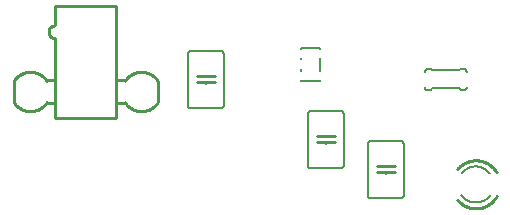
<source format=gto>
G75*
%MOIN*%
%OFA0B0*%
%FSLAX25Y25*%
%IPPOS*%
%LPD*%
%AMOC8*
5,1,8,0,0,1.08239X$1,22.5*
%
%ADD10C,0.00600*%
%ADD11C,0.01000*%
D10*
X0077000Y0062500D02*
X0087000Y0062500D01*
X0087060Y0062502D01*
X0087121Y0062507D01*
X0087180Y0062516D01*
X0087239Y0062529D01*
X0087298Y0062545D01*
X0087355Y0062565D01*
X0087410Y0062588D01*
X0087465Y0062615D01*
X0087517Y0062644D01*
X0087568Y0062677D01*
X0087617Y0062713D01*
X0087663Y0062751D01*
X0087707Y0062793D01*
X0087749Y0062837D01*
X0087787Y0062883D01*
X0087823Y0062932D01*
X0087856Y0062983D01*
X0087885Y0063035D01*
X0087912Y0063090D01*
X0087935Y0063145D01*
X0087955Y0063202D01*
X0087971Y0063261D01*
X0087984Y0063320D01*
X0087993Y0063379D01*
X0087998Y0063440D01*
X0088000Y0063500D01*
X0088000Y0080500D01*
X0087998Y0080560D01*
X0087993Y0080621D01*
X0087984Y0080680D01*
X0087971Y0080739D01*
X0087955Y0080798D01*
X0087935Y0080855D01*
X0087912Y0080910D01*
X0087885Y0080965D01*
X0087856Y0081017D01*
X0087823Y0081068D01*
X0087787Y0081117D01*
X0087749Y0081163D01*
X0087707Y0081207D01*
X0087663Y0081249D01*
X0087617Y0081287D01*
X0087568Y0081323D01*
X0087517Y0081356D01*
X0087465Y0081385D01*
X0087410Y0081412D01*
X0087355Y0081435D01*
X0087298Y0081455D01*
X0087239Y0081471D01*
X0087180Y0081484D01*
X0087121Y0081493D01*
X0087060Y0081498D01*
X0087000Y0081500D01*
X0077000Y0081500D01*
X0076940Y0081498D01*
X0076879Y0081493D01*
X0076820Y0081484D01*
X0076761Y0081471D01*
X0076702Y0081455D01*
X0076645Y0081435D01*
X0076590Y0081412D01*
X0076535Y0081385D01*
X0076483Y0081356D01*
X0076432Y0081323D01*
X0076383Y0081287D01*
X0076337Y0081249D01*
X0076293Y0081207D01*
X0076251Y0081163D01*
X0076213Y0081117D01*
X0076177Y0081068D01*
X0076144Y0081017D01*
X0076115Y0080965D01*
X0076088Y0080910D01*
X0076065Y0080855D01*
X0076045Y0080798D01*
X0076029Y0080739D01*
X0076016Y0080680D01*
X0076007Y0080621D01*
X0076002Y0080560D01*
X0076000Y0080500D01*
X0076000Y0063500D01*
X0076002Y0063440D01*
X0076007Y0063379D01*
X0076016Y0063320D01*
X0076029Y0063261D01*
X0076045Y0063202D01*
X0076065Y0063145D01*
X0076088Y0063090D01*
X0076115Y0063035D01*
X0076144Y0062983D01*
X0076177Y0062932D01*
X0076213Y0062883D01*
X0076251Y0062837D01*
X0076293Y0062793D01*
X0076337Y0062751D01*
X0076383Y0062713D01*
X0076432Y0062677D01*
X0076483Y0062644D01*
X0076535Y0062615D01*
X0076590Y0062588D01*
X0076645Y0062565D01*
X0076702Y0062545D01*
X0076761Y0062529D01*
X0076820Y0062516D01*
X0076879Y0062507D01*
X0076940Y0062502D01*
X0077000Y0062500D01*
X0082000Y0070500D02*
X0082000Y0071000D01*
X0082000Y0073000D02*
X0082000Y0073500D01*
X0113811Y0074945D02*
X0113811Y0075315D01*
X0113811Y0078685D02*
X0113811Y0079055D01*
X0113811Y0082228D02*
X0113811Y0082598D01*
X0120189Y0082598D01*
X0120189Y0082228D01*
X0120189Y0079055D02*
X0120189Y0074945D01*
X0120189Y0071772D02*
X0120189Y0071402D01*
X0113811Y0071402D01*
X0113811Y0071772D01*
X0117000Y0061500D02*
X0127000Y0061500D01*
X0127060Y0061498D01*
X0127121Y0061493D01*
X0127180Y0061484D01*
X0127239Y0061471D01*
X0127298Y0061455D01*
X0127355Y0061435D01*
X0127410Y0061412D01*
X0127465Y0061385D01*
X0127517Y0061356D01*
X0127568Y0061323D01*
X0127617Y0061287D01*
X0127663Y0061249D01*
X0127707Y0061207D01*
X0127749Y0061163D01*
X0127787Y0061117D01*
X0127823Y0061068D01*
X0127856Y0061017D01*
X0127885Y0060965D01*
X0127912Y0060910D01*
X0127935Y0060855D01*
X0127955Y0060798D01*
X0127971Y0060739D01*
X0127984Y0060680D01*
X0127993Y0060621D01*
X0127998Y0060560D01*
X0128000Y0060500D01*
X0128000Y0043500D01*
X0127998Y0043440D01*
X0127993Y0043379D01*
X0127984Y0043320D01*
X0127971Y0043261D01*
X0127955Y0043202D01*
X0127935Y0043145D01*
X0127912Y0043090D01*
X0127885Y0043035D01*
X0127856Y0042983D01*
X0127823Y0042932D01*
X0127787Y0042883D01*
X0127749Y0042837D01*
X0127707Y0042793D01*
X0127663Y0042751D01*
X0127617Y0042713D01*
X0127568Y0042677D01*
X0127517Y0042644D01*
X0127465Y0042615D01*
X0127410Y0042588D01*
X0127355Y0042565D01*
X0127298Y0042545D01*
X0127239Y0042529D01*
X0127180Y0042516D01*
X0127121Y0042507D01*
X0127060Y0042502D01*
X0127000Y0042500D01*
X0117000Y0042500D01*
X0116940Y0042502D01*
X0116879Y0042507D01*
X0116820Y0042516D01*
X0116761Y0042529D01*
X0116702Y0042545D01*
X0116645Y0042565D01*
X0116590Y0042588D01*
X0116535Y0042615D01*
X0116483Y0042644D01*
X0116432Y0042677D01*
X0116383Y0042713D01*
X0116337Y0042751D01*
X0116293Y0042793D01*
X0116251Y0042837D01*
X0116213Y0042883D01*
X0116177Y0042932D01*
X0116144Y0042983D01*
X0116115Y0043035D01*
X0116088Y0043090D01*
X0116065Y0043145D01*
X0116045Y0043202D01*
X0116029Y0043261D01*
X0116016Y0043320D01*
X0116007Y0043379D01*
X0116002Y0043440D01*
X0116000Y0043500D01*
X0116000Y0060500D01*
X0116002Y0060560D01*
X0116007Y0060621D01*
X0116016Y0060680D01*
X0116029Y0060739D01*
X0116045Y0060798D01*
X0116065Y0060855D01*
X0116088Y0060910D01*
X0116115Y0060965D01*
X0116144Y0061017D01*
X0116177Y0061068D01*
X0116213Y0061117D01*
X0116251Y0061163D01*
X0116293Y0061207D01*
X0116337Y0061249D01*
X0116383Y0061287D01*
X0116432Y0061323D01*
X0116483Y0061356D01*
X0116535Y0061385D01*
X0116590Y0061412D01*
X0116645Y0061435D01*
X0116702Y0061455D01*
X0116761Y0061471D01*
X0116820Y0061484D01*
X0116879Y0061493D01*
X0116940Y0061498D01*
X0117000Y0061500D01*
X0122000Y0053500D02*
X0122000Y0053000D01*
X0122000Y0051000D02*
X0122000Y0050500D01*
X0136000Y0050500D02*
X0136000Y0033500D01*
X0136002Y0033440D01*
X0136007Y0033379D01*
X0136016Y0033320D01*
X0136029Y0033261D01*
X0136045Y0033202D01*
X0136065Y0033145D01*
X0136088Y0033090D01*
X0136115Y0033035D01*
X0136144Y0032983D01*
X0136177Y0032932D01*
X0136213Y0032883D01*
X0136251Y0032837D01*
X0136293Y0032793D01*
X0136337Y0032751D01*
X0136383Y0032713D01*
X0136432Y0032677D01*
X0136483Y0032644D01*
X0136535Y0032615D01*
X0136590Y0032588D01*
X0136645Y0032565D01*
X0136702Y0032545D01*
X0136761Y0032529D01*
X0136820Y0032516D01*
X0136879Y0032507D01*
X0136940Y0032502D01*
X0137000Y0032500D01*
X0147000Y0032500D01*
X0147060Y0032502D01*
X0147121Y0032507D01*
X0147180Y0032516D01*
X0147239Y0032529D01*
X0147298Y0032545D01*
X0147355Y0032565D01*
X0147410Y0032588D01*
X0147465Y0032615D01*
X0147517Y0032644D01*
X0147568Y0032677D01*
X0147617Y0032713D01*
X0147663Y0032751D01*
X0147707Y0032793D01*
X0147749Y0032837D01*
X0147787Y0032883D01*
X0147823Y0032932D01*
X0147856Y0032983D01*
X0147885Y0033035D01*
X0147912Y0033090D01*
X0147935Y0033145D01*
X0147955Y0033202D01*
X0147971Y0033261D01*
X0147984Y0033320D01*
X0147993Y0033379D01*
X0147998Y0033440D01*
X0148000Y0033500D01*
X0148000Y0050500D01*
X0147998Y0050560D01*
X0147993Y0050621D01*
X0147984Y0050680D01*
X0147971Y0050739D01*
X0147955Y0050798D01*
X0147935Y0050855D01*
X0147912Y0050910D01*
X0147885Y0050965D01*
X0147856Y0051017D01*
X0147823Y0051068D01*
X0147787Y0051117D01*
X0147749Y0051163D01*
X0147707Y0051207D01*
X0147663Y0051249D01*
X0147617Y0051287D01*
X0147568Y0051323D01*
X0147517Y0051356D01*
X0147465Y0051385D01*
X0147410Y0051412D01*
X0147355Y0051435D01*
X0147298Y0051455D01*
X0147239Y0051471D01*
X0147180Y0051484D01*
X0147121Y0051493D01*
X0147060Y0051498D01*
X0147000Y0051500D01*
X0137000Y0051500D01*
X0136940Y0051498D01*
X0136879Y0051493D01*
X0136820Y0051484D01*
X0136761Y0051471D01*
X0136702Y0051455D01*
X0136645Y0051435D01*
X0136590Y0051412D01*
X0136535Y0051385D01*
X0136483Y0051356D01*
X0136432Y0051323D01*
X0136383Y0051287D01*
X0136337Y0051249D01*
X0136293Y0051207D01*
X0136251Y0051163D01*
X0136213Y0051117D01*
X0136177Y0051068D01*
X0136144Y0051017D01*
X0136115Y0050965D01*
X0136088Y0050910D01*
X0136065Y0050855D01*
X0136045Y0050798D01*
X0136029Y0050739D01*
X0136016Y0050680D01*
X0136007Y0050621D01*
X0136002Y0050560D01*
X0136000Y0050500D01*
X0142000Y0043500D02*
X0142000Y0043000D01*
X0142000Y0041000D02*
X0142000Y0040500D01*
X0172000Y0043000D02*
X0172152Y0042998D01*
X0172303Y0042992D01*
X0172454Y0042983D01*
X0172606Y0042969D01*
X0172756Y0042952D01*
X0172906Y0042931D01*
X0173056Y0042906D01*
X0173205Y0042878D01*
X0173353Y0042845D01*
X0173500Y0042809D01*
X0173647Y0042770D01*
X0173792Y0042726D01*
X0173936Y0042679D01*
X0174079Y0042628D01*
X0174220Y0042574D01*
X0174361Y0042516D01*
X0174499Y0042455D01*
X0174636Y0042390D01*
X0174772Y0042321D01*
X0174905Y0042250D01*
X0175037Y0042175D01*
X0175167Y0042096D01*
X0175294Y0042015D01*
X0175420Y0041930D01*
X0175544Y0041842D01*
X0175665Y0041751D01*
X0175784Y0041657D01*
X0175900Y0041559D01*
X0176014Y0041459D01*
X0176126Y0041357D01*
X0176234Y0041251D01*
X0176340Y0041143D01*
X0176444Y0041032D01*
X0176544Y0040918D01*
X0176642Y0040802D01*
X0176736Y0040683D01*
X0172000Y0031000D02*
X0171846Y0031002D01*
X0171692Y0031008D01*
X0171538Y0031018D01*
X0171384Y0031032D01*
X0171231Y0031049D01*
X0171079Y0031071D01*
X0170927Y0031097D01*
X0170775Y0031126D01*
X0170625Y0031160D01*
X0170475Y0031197D01*
X0170327Y0031238D01*
X0170179Y0031283D01*
X0170033Y0031332D01*
X0169888Y0031384D01*
X0169745Y0031440D01*
X0169602Y0031500D01*
X0169462Y0031563D01*
X0169323Y0031630D01*
X0169186Y0031701D01*
X0169051Y0031775D01*
X0168918Y0031852D01*
X0168786Y0031933D01*
X0168657Y0032017D01*
X0168530Y0032105D01*
X0168406Y0032196D01*
X0168284Y0032289D01*
X0168164Y0032387D01*
X0168047Y0032487D01*
X0167932Y0032590D01*
X0167820Y0032696D01*
X0167711Y0032804D01*
X0167605Y0032916D01*
X0167501Y0033030D01*
X0167401Y0033147D01*
X0167303Y0033266D01*
X0167209Y0033388D01*
X0167118Y0033513D01*
X0172000Y0031000D02*
X0172150Y0031002D01*
X0172301Y0031008D01*
X0172451Y0031017D01*
X0172600Y0031030D01*
X0172750Y0031047D01*
X0172899Y0031068D01*
X0173047Y0031092D01*
X0173195Y0031120D01*
X0173342Y0031152D01*
X0173488Y0031187D01*
X0173633Y0031227D01*
X0173777Y0031269D01*
X0173920Y0031316D01*
X0174062Y0031366D01*
X0174203Y0031419D01*
X0174342Y0031476D01*
X0174480Y0031536D01*
X0174616Y0031600D01*
X0174750Y0031667D01*
X0174883Y0031738D01*
X0175014Y0031812D01*
X0175143Y0031889D01*
X0175270Y0031970D01*
X0175395Y0032053D01*
X0175518Y0032140D01*
X0175639Y0032229D01*
X0175757Y0032322D01*
X0175873Y0032418D01*
X0175987Y0032516D01*
X0176098Y0032617D01*
X0176207Y0032722D01*
X0176312Y0032828D01*
X0176416Y0032938D01*
X0176516Y0033050D01*
X0176614Y0033164D01*
X0176708Y0033281D01*
X0176800Y0033400D01*
X0172000Y0043000D02*
X0171848Y0042998D01*
X0171697Y0042992D01*
X0171546Y0042983D01*
X0171394Y0042969D01*
X0171244Y0042952D01*
X0171094Y0042931D01*
X0170944Y0042906D01*
X0170795Y0042878D01*
X0170647Y0042845D01*
X0170500Y0042809D01*
X0170353Y0042770D01*
X0170208Y0042726D01*
X0170064Y0042679D01*
X0169921Y0042628D01*
X0169780Y0042574D01*
X0169639Y0042516D01*
X0169501Y0042455D01*
X0169364Y0042390D01*
X0169228Y0042321D01*
X0169095Y0042250D01*
X0168963Y0042175D01*
X0168833Y0042096D01*
X0168706Y0042015D01*
X0168580Y0041930D01*
X0168456Y0041842D01*
X0168335Y0041751D01*
X0168216Y0041657D01*
X0168100Y0041559D01*
X0167986Y0041459D01*
X0167874Y0041357D01*
X0167766Y0041251D01*
X0167660Y0041143D01*
X0167556Y0041032D01*
X0167456Y0040918D01*
X0167358Y0040802D01*
X0167264Y0040683D01*
X0167000Y0068500D02*
X0166500Y0069000D01*
X0157500Y0069000D01*
X0157000Y0068500D01*
X0156000Y0068500D01*
X0155940Y0068502D01*
X0155879Y0068507D01*
X0155820Y0068516D01*
X0155761Y0068529D01*
X0155702Y0068545D01*
X0155645Y0068565D01*
X0155590Y0068588D01*
X0155535Y0068615D01*
X0155483Y0068644D01*
X0155432Y0068677D01*
X0155383Y0068713D01*
X0155337Y0068751D01*
X0155293Y0068793D01*
X0155251Y0068837D01*
X0155213Y0068883D01*
X0155177Y0068932D01*
X0155144Y0068983D01*
X0155115Y0069035D01*
X0155088Y0069090D01*
X0155065Y0069145D01*
X0155045Y0069202D01*
X0155029Y0069261D01*
X0155016Y0069320D01*
X0155007Y0069379D01*
X0155002Y0069440D01*
X0155000Y0069500D01*
X0155000Y0074500D02*
X0155002Y0074560D01*
X0155007Y0074621D01*
X0155016Y0074680D01*
X0155029Y0074739D01*
X0155045Y0074798D01*
X0155065Y0074855D01*
X0155088Y0074910D01*
X0155115Y0074965D01*
X0155144Y0075017D01*
X0155177Y0075068D01*
X0155213Y0075117D01*
X0155251Y0075163D01*
X0155293Y0075207D01*
X0155337Y0075249D01*
X0155383Y0075287D01*
X0155432Y0075323D01*
X0155483Y0075356D01*
X0155535Y0075385D01*
X0155590Y0075412D01*
X0155645Y0075435D01*
X0155702Y0075455D01*
X0155761Y0075471D01*
X0155820Y0075484D01*
X0155879Y0075493D01*
X0155940Y0075498D01*
X0156000Y0075500D01*
X0157000Y0075500D01*
X0157500Y0075000D01*
X0166500Y0075000D01*
X0167000Y0075500D01*
X0168000Y0075500D01*
X0168060Y0075498D01*
X0168121Y0075493D01*
X0168180Y0075484D01*
X0168239Y0075471D01*
X0168298Y0075455D01*
X0168355Y0075435D01*
X0168410Y0075412D01*
X0168465Y0075385D01*
X0168517Y0075356D01*
X0168568Y0075323D01*
X0168617Y0075287D01*
X0168663Y0075249D01*
X0168707Y0075207D01*
X0168749Y0075163D01*
X0168787Y0075117D01*
X0168823Y0075068D01*
X0168856Y0075017D01*
X0168885Y0074965D01*
X0168912Y0074910D01*
X0168935Y0074855D01*
X0168955Y0074798D01*
X0168971Y0074739D01*
X0168984Y0074680D01*
X0168993Y0074621D01*
X0168998Y0074560D01*
X0169000Y0074500D01*
X0169000Y0069500D02*
X0168998Y0069440D01*
X0168993Y0069379D01*
X0168984Y0069320D01*
X0168971Y0069261D01*
X0168955Y0069202D01*
X0168935Y0069145D01*
X0168912Y0069090D01*
X0168885Y0069035D01*
X0168856Y0068983D01*
X0168823Y0068932D01*
X0168787Y0068883D01*
X0168749Y0068837D01*
X0168707Y0068793D01*
X0168663Y0068751D01*
X0168617Y0068713D01*
X0168568Y0068677D01*
X0168517Y0068644D01*
X0168465Y0068615D01*
X0168410Y0068588D01*
X0168355Y0068565D01*
X0168298Y0068545D01*
X0168239Y0068529D01*
X0168180Y0068516D01*
X0168121Y0068507D01*
X0168060Y0068502D01*
X0168000Y0068500D01*
X0167000Y0068500D01*
D11*
X0031764Y0059283D02*
X0031764Y0085661D01*
X0031764Y0085662D02*
X0031672Y0085664D01*
X0031580Y0085670D01*
X0031489Y0085680D01*
X0031398Y0085693D01*
X0031308Y0085711D01*
X0031218Y0085732D01*
X0031130Y0085757D01*
X0031043Y0085786D01*
X0030957Y0085818D01*
X0030872Y0085854D01*
X0030789Y0085894D01*
X0030708Y0085937D01*
X0030629Y0085983D01*
X0030552Y0086033D01*
X0030477Y0086086D01*
X0030404Y0086143D01*
X0030334Y0086202D01*
X0030266Y0086264D01*
X0030201Y0086329D01*
X0030139Y0086397D01*
X0030080Y0086467D01*
X0030023Y0086540D01*
X0029970Y0086615D01*
X0029920Y0086692D01*
X0029874Y0086771D01*
X0029831Y0086852D01*
X0029791Y0086935D01*
X0029755Y0087020D01*
X0029723Y0087106D01*
X0029694Y0087193D01*
X0029669Y0087281D01*
X0029648Y0087371D01*
X0029630Y0087461D01*
X0029617Y0087552D01*
X0029607Y0087643D01*
X0029601Y0087735D01*
X0029599Y0087827D01*
X0029601Y0087919D01*
X0029607Y0088011D01*
X0029617Y0088102D01*
X0029630Y0088193D01*
X0029648Y0088283D01*
X0029669Y0088373D01*
X0029694Y0088461D01*
X0029723Y0088548D01*
X0029755Y0088634D01*
X0029791Y0088719D01*
X0029831Y0088802D01*
X0029874Y0088883D01*
X0029920Y0088962D01*
X0029970Y0089039D01*
X0030023Y0089114D01*
X0030080Y0089187D01*
X0030139Y0089257D01*
X0030201Y0089325D01*
X0030266Y0089390D01*
X0030334Y0089452D01*
X0030404Y0089511D01*
X0030477Y0089568D01*
X0030552Y0089621D01*
X0030629Y0089671D01*
X0030708Y0089717D01*
X0030789Y0089760D01*
X0030872Y0089800D01*
X0030957Y0089836D01*
X0031043Y0089868D01*
X0031130Y0089897D01*
X0031218Y0089922D01*
X0031308Y0089943D01*
X0031398Y0089961D01*
X0031489Y0089974D01*
X0031580Y0089984D01*
X0031672Y0089990D01*
X0031764Y0089992D01*
X0031764Y0096291D01*
X0052236Y0096291D01*
X0052236Y0059283D01*
X0031764Y0059283D01*
X0031370Y0064008D02*
X0028614Y0064008D01*
X0029007Y0064402D02*
X0028919Y0064269D01*
X0028828Y0064138D01*
X0028734Y0064009D01*
X0028636Y0063882D01*
X0028536Y0063758D01*
X0028432Y0063637D01*
X0028326Y0063518D01*
X0028216Y0063401D01*
X0028104Y0063287D01*
X0027989Y0063176D01*
X0027872Y0063068D01*
X0027752Y0062963D01*
X0027629Y0062861D01*
X0027504Y0062762D01*
X0027376Y0062666D01*
X0027246Y0062573D01*
X0027114Y0062483D01*
X0026980Y0062396D01*
X0026844Y0062313D01*
X0026705Y0062233D01*
X0026565Y0062156D01*
X0026423Y0062083D01*
X0026280Y0062014D01*
X0026134Y0061948D01*
X0025987Y0061885D01*
X0025839Y0061826D01*
X0025689Y0061771D01*
X0025538Y0061719D01*
X0025385Y0061671D01*
X0025232Y0061627D01*
X0025077Y0061587D01*
X0024922Y0061550D01*
X0024766Y0061517D01*
X0024609Y0061488D01*
X0024451Y0061463D01*
X0024293Y0061442D01*
X0024134Y0061424D01*
X0023975Y0061411D01*
X0023815Y0061401D01*
X0023656Y0061395D01*
X0023496Y0061393D01*
X0023336Y0061395D01*
X0023177Y0061401D01*
X0023017Y0061411D01*
X0022858Y0061424D01*
X0022699Y0061442D01*
X0022541Y0061463D01*
X0022383Y0061488D01*
X0022226Y0061517D01*
X0022070Y0061550D01*
X0021915Y0061587D01*
X0021760Y0061627D01*
X0021607Y0061671D01*
X0021454Y0061719D01*
X0021303Y0061771D01*
X0021153Y0061826D01*
X0021005Y0061885D01*
X0020858Y0061948D01*
X0020712Y0062014D01*
X0020569Y0062083D01*
X0020427Y0062156D01*
X0020287Y0062233D01*
X0020148Y0062313D01*
X0020012Y0062396D01*
X0019878Y0062483D01*
X0019746Y0062573D01*
X0019616Y0062666D01*
X0019488Y0062762D01*
X0019363Y0062861D01*
X0019240Y0062963D01*
X0019120Y0063068D01*
X0019003Y0063176D01*
X0018888Y0063287D01*
X0018776Y0063401D01*
X0018666Y0063518D01*
X0018560Y0063637D01*
X0018456Y0063758D01*
X0018356Y0063882D01*
X0018258Y0064009D01*
X0018164Y0064138D01*
X0018073Y0064269D01*
X0017985Y0064402D01*
X0017984Y0064402D02*
X0017984Y0071488D01*
X0017985Y0071488D02*
X0018073Y0071621D01*
X0018164Y0071752D01*
X0018258Y0071881D01*
X0018356Y0072008D01*
X0018456Y0072132D01*
X0018560Y0072253D01*
X0018666Y0072372D01*
X0018776Y0072489D01*
X0018888Y0072603D01*
X0019003Y0072714D01*
X0019120Y0072822D01*
X0019240Y0072927D01*
X0019363Y0073029D01*
X0019488Y0073128D01*
X0019616Y0073224D01*
X0019746Y0073317D01*
X0019878Y0073407D01*
X0020012Y0073494D01*
X0020148Y0073577D01*
X0020287Y0073657D01*
X0020427Y0073734D01*
X0020569Y0073807D01*
X0020712Y0073876D01*
X0020858Y0073942D01*
X0021005Y0074005D01*
X0021153Y0074064D01*
X0021303Y0074119D01*
X0021454Y0074171D01*
X0021607Y0074219D01*
X0021760Y0074263D01*
X0021915Y0074303D01*
X0022070Y0074340D01*
X0022226Y0074373D01*
X0022383Y0074402D01*
X0022541Y0074427D01*
X0022699Y0074448D01*
X0022858Y0074466D01*
X0023017Y0074479D01*
X0023177Y0074489D01*
X0023336Y0074495D01*
X0023496Y0074497D01*
X0023656Y0074495D01*
X0023815Y0074489D01*
X0023975Y0074479D01*
X0024134Y0074466D01*
X0024293Y0074448D01*
X0024451Y0074427D01*
X0024609Y0074402D01*
X0024766Y0074373D01*
X0024922Y0074340D01*
X0025077Y0074303D01*
X0025232Y0074263D01*
X0025385Y0074219D01*
X0025538Y0074171D01*
X0025689Y0074119D01*
X0025839Y0074064D01*
X0025987Y0074005D01*
X0026134Y0073942D01*
X0026280Y0073876D01*
X0026423Y0073807D01*
X0026565Y0073734D01*
X0026705Y0073657D01*
X0026844Y0073577D01*
X0026980Y0073494D01*
X0027114Y0073407D01*
X0027246Y0073317D01*
X0027376Y0073224D01*
X0027504Y0073128D01*
X0027629Y0073029D01*
X0027752Y0072927D01*
X0027872Y0072822D01*
X0027989Y0072714D01*
X0028104Y0072603D01*
X0028216Y0072489D01*
X0028326Y0072372D01*
X0028432Y0072253D01*
X0028536Y0072132D01*
X0028636Y0072008D01*
X0028734Y0071881D01*
X0028828Y0071752D01*
X0028919Y0071621D01*
X0029007Y0071488D01*
X0028614Y0071882D02*
X0031370Y0071882D01*
X0052630Y0071882D02*
X0055386Y0071882D01*
X0054993Y0064402D02*
X0055081Y0064269D01*
X0055172Y0064138D01*
X0055266Y0064009D01*
X0055364Y0063882D01*
X0055464Y0063758D01*
X0055568Y0063637D01*
X0055674Y0063518D01*
X0055784Y0063401D01*
X0055896Y0063287D01*
X0056011Y0063176D01*
X0056128Y0063068D01*
X0056248Y0062963D01*
X0056371Y0062861D01*
X0056496Y0062762D01*
X0056624Y0062666D01*
X0056754Y0062573D01*
X0056886Y0062483D01*
X0057020Y0062396D01*
X0057156Y0062313D01*
X0057295Y0062233D01*
X0057435Y0062156D01*
X0057577Y0062083D01*
X0057720Y0062014D01*
X0057866Y0061948D01*
X0058013Y0061885D01*
X0058161Y0061826D01*
X0058311Y0061771D01*
X0058462Y0061719D01*
X0058615Y0061671D01*
X0058768Y0061627D01*
X0058923Y0061587D01*
X0059078Y0061550D01*
X0059234Y0061517D01*
X0059391Y0061488D01*
X0059549Y0061463D01*
X0059707Y0061442D01*
X0059866Y0061424D01*
X0060025Y0061411D01*
X0060185Y0061401D01*
X0060344Y0061395D01*
X0060504Y0061393D01*
X0060664Y0061395D01*
X0060823Y0061401D01*
X0060983Y0061411D01*
X0061142Y0061424D01*
X0061301Y0061442D01*
X0061459Y0061463D01*
X0061617Y0061488D01*
X0061774Y0061517D01*
X0061930Y0061550D01*
X0062085Y0061587D01*
X0062240Y0061627D01*
X0062393Y0061671D01*
X0062546Y0061719D01*
X0062697Y0061771D01*
X0062847Y0061826D01*
X0062995Y0061885D01*
X0063142Y0061948D01*
X0063288Y0062014D01*
X0063431Y0062083D01*
X0063573Y0062156D01*
X0063713Y0062233D01*
X0063852Y0062313D01*
X0063988Y0062396D01*
X0064122Y0062483D01*
X0064254Y0062573D01*
X0064384Y0062666D01*
X0064512Y0062762D01*
X0064637Y0062861D01*
X0064760Y0062963D01*
X0064880Y0063068D01*
X0064997Y0063176D01*
X0065112Y0063287D01*
X0065224Y0063401D01*
X0065334Y0063518D01*
X0065440Y0063637D01*
X0065544Y0063758D01*
X0065644Y0063882D01*
X0065742Y0064009D01*
X0065836Y0064138D01*
X0065927Y0064269D01*
X0066015Y0064402D01*
X0066016Y0064402D02*
X0066016Y0071488D01*
X0066015Y0071488D02*
X0065927Y0071621D01*
X0065836Y0071752D01*
X0065742Y0071881D01*
X0065644Y0072008D01*
X0065544Y0072132D01*
X0065440Y0072253D01*
X0065334Y0072372D01*
X0065224Y0072489D01*
X0065112Y0072603D01*
X0064997Y0072714D01*
X0064880Y0072822D01*
X0064760Y0072927D01*
X0064637Y0073029D01*
X0064512Y0073128D01*
X0064384Y0073224D01*
X0064254Y0073317D01*
X0064122Y0073407D01*
X0063988Y0073494D01*
X0063852Y0073577D01*
X0063713Y0073657D01*
X0063573Y0073734D01*
X0063431Y0073807D01*
X0063288Y0073876D01*
X0063142Y0073942D01*
X0062995Y0074005D01*
X0062847Y0074064D01*
X0062697Y0074119D01*
X0062546Y0074171D01*
X0062393Y0074219D01*
X0062240Y0074263D01*
X0062085Y0074303D01*
X0061930Y0074340D01*
X0061774Y0074373D01*
X0061617Y0074402D01*
X0061459Y0074427D01*
X0061301Y0074448D01*
X0061142Y0074466D01*
X0060983Y0074479D01*
X0060823Y0074489D01*
X0060664Y0074495D01*
X0060504Y0074497D01*
X0060344Y0074495D01*
X0060185Y0074489D01*
X0060025Y0074479D01*
X0059866Y0074466D01*
X0059707Y0074448D01*
X0059549Y0074427D01*
X0059391Y0074402D01*
X0059234Y0074373D01*
X0059078Y0074340D01*
X0058923Y0074303D01*
X0058768Y0074263D01*
X0058615Y0074219D01*
X0058462Y0074171D01*
X0058311Y0074119D01*
X0058161Y0074064D01*
X0058013Y0074005D01*
X0057866Y0073942D01*
X0057720Y0073876D01*
X0057577Y0073807D01*
X0057435Y0073734D01*
X0057295Y0073657D01*
X0057156Y0073577D01*
X0057020Y0073494D01*
X0056886Y0073407D01*
X0056754Y0073317D01*
X0056624Y0073224D01*
X0056496Y0073128D01*
X0056371Y0073029D01*
X0056248Y0072927D01*
X0056128Y0072822D01*
X0056011Y0072714D01*
X0055896Y0072603D01*
X0055784Y0072489D01*
X0055674Y0072372D01*
X0055568Y0072253D01*
X0055464Y0072132D01*
X0055364Y0072008D01*
X0055266Y0071881D01*
X0055172Y0071752D01*
X0055081Y0071621D01*
X0054993Y0071488D01*
X0055386Y0064008D02*
X0052630Y0064008D01*
X0079000Y0071000D02*
X0082000Y0071000D01*
X0085000Y0071000D01*
X0085000Y0073000D02*
X0082000Y0073000D01*
X0079000Y0073000D01*
X0119000Y0053000D02*
X0122000Y0053000D01*
X0125000Y0053000D01*
X0125000Y0051000D02*
X0122000Y0051000D01*
X0119000Y0051000D01*
X0139000Y0043000D02*
X0142000Y0043000D01*
X0145000Y0043000D01*
X0145000Y0041000D02*
X0142000Y0041000D01*
X0139000Y0041000D01*
X0172000Y0029000D02*
X0172192Y0029002D01*
X0172384Y0029009D01*
X0172576Y0029021D01*
X0172768Y0029037D01*
X0172959Y0029058D01*
X0173149Y0029083D01*
X0173339Y0029113D01*
X0173528Y0029147D01*
X0173716Y0029186D01*
X0173903Y0029230D01*
X0174089Y0029278D01*
X0174274Y0029330D01*
X0174458Y0029387D01*
X0174640Y0029448D01*
X0174820Y0029514D01*
X0174999Y0029584D01*
X0175177Y0029658D01*
X0175352Y0029736D01*
X0175526Y0029819D01*
X0175697Y0029906D01*
X0175866Y0029996D01*
X0176033Y0030091D01*
X0176198Y0030190D01*
X0176361Y0030293D01*
X0176520Y0030400D01*
X0176678Y0030510D01*
X0176832Y0030624D01*
X0176984Y0030742D01*
X0177133Y0030864D01*
X0177279Y0030989D01*
X0177421Y0031117D01*
X0177561Y0031249D01*
X0177698Y0031384D01*
X0177831Y0031523D01*
X0177961Y0031664D01*
X0178087Y0031809D01*
X0178210Y0031957D01*
X0178329Y0032107D01*
X0178445Y0032261D01*
X0178557Y0032417D01*
X0178665Y0032576D01*
X0178770Y0032737D01*
X0178870Y0032901D01*
X0178966Y0033067D01*
X0179059Y0033235D01*
X0178946Y0040969D02*
X0178847Y0041138D01*
X0178743Y0041304D01*
X0178636Y0041468D01*
X0178525Y0041629D01*
X0178410Y0041787D01*
X0178291Y0041942D01*
X0178168Y0042095D01*
X0178042Y0042244D01*
X0177912Y0042390D01*
X0177778Y0042533D01*
X0177641Y0042673D01*
X0177501Y0042809D01*
X0177357Y0042942D01*
X0177210Y0043071D01*
X0177060Y0043197D01*
X0176907Y0043318D01*
X0176751Y0043437D01*
X0176592Y0043551D01*
X0176431Y0043661D01*
X0176266Y0043767D01*
X0176100Y0043870D01*
X0175930Y0043968D01*
X0175759Y0044062D01*
X0175585Y0044152D01*
X0175409Y0044237D01*
X0175231Y0044319D01*
X0175051Y0044395D01*
X0174869Y0044468D01*
X0174686Y0044536D01*
X0174501Y0044599D01*
X0174314Y0044658D01*
X0174126Y0044712D01*
X0173937Y0044762D01*
X0173747Y0044807D01*
X0173555Y0044847D01*
X0173363Y0044883D01*
X0173170Y0044914D01*
X0172976Y0044940D01*
X0172781Y0044962D01*
X0172586Y0044978D01*
X0172391Y0044990D01*
X0172195Y0044998D01*
X0172000Y0045000D01*
X0171807Y0044998D01*
X0171614Y0044991D01*
X0171422Y0044979D01*
X0171229Y0044963D01*
X0171037Y0044942D01*
X0170846Y0044916D01*
X0170656Y0044886D01*
X0170466Y0044851D01*
X0170277Y0044812D01*
X0170089Y0044768D01*
X0169902Y0044720D01*
X0169716Y0044667D01*
X0169532Y0044610D01*
X0169349Y0044548D01*
X0169168Y0044482D01*
X0168988Y0044411D01*
X0168810Y0044337D01*
X0168634Y0044258D01*
X0168460Y0044174D01*
X0168288Y0044087D01*
X0168118Y0043995D01*
X0167951Y0043899D01*
X0167785Y0043800D01*
X0167622Y0043696D01*
X0167462Y0043589D01*
X0167305Y0043477D01*
X0167150Y0043362D01*
X0166998Y0043243D01*
X0166849Y0043121D01*
X0166702Y0042995D01*
X0166559Y0042865D01*
X0166419Y0042732D01*
X0166283Y0042596D01*
X0166149Y0042456D01*
X0166020Y0042314D01*
X0165893Y0042168D01*
X0165854Y0031878D02*
X0165981Y0031730D01*
X0166111Y0031585D01*
X0166244Y0031444D01*
X0166381Y0031305D01*
X0166521Y0031170D01*
X0166665Y0031039D01*
X0166812Y0030911D01*
X0166961Y0030786D01*
X0167114Y0030665D01*
X0167269Y0030548D01*
X0167428Y0030435D01*
X0167589Y0030326D01*
X0167753Y0030221D01*
X0167919Y0030119D01*
X0168088Y0030022D01*
X0168258Y0029929D01*
X0168432Y0029840D01*
X0168607Y0029755D01*
X0168784Y0029675D01*
X0168963Y0029599D01*
X0169144Y0029527D01*
X0169327Y0029460D01*
X0169511Y0029397D01*
X0169697Y0029339D01*
X0169884Y0029285D01*
X0170072Y0029236D01*
X0170262Y0029191D01*
X0170452Y0029151D01*
X0170644Y0029116D01*
X0170836Y0029085D01*
X0171029Y0029059D01*
X0171223Y0029038D01*
X0171417Y0029021D01*
X0171611Y0029009D01*
X0171805Y0029002D01*
X0172000Y0029000D01*
M02*

</source>
